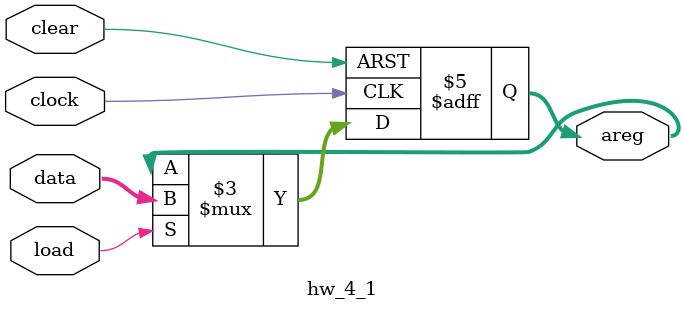
<source format=v>

module hw_4_1 (
			input wire [3:0]data,
			input wire load,clear,clock,
			output reg [0:3]areg);
			
			always @ (posedge clock or posedge clear)
			begin
				if(clear)
					areg = 4'b0000;
				else if (load)
					areg = data;
			end
endmodule

</source>
